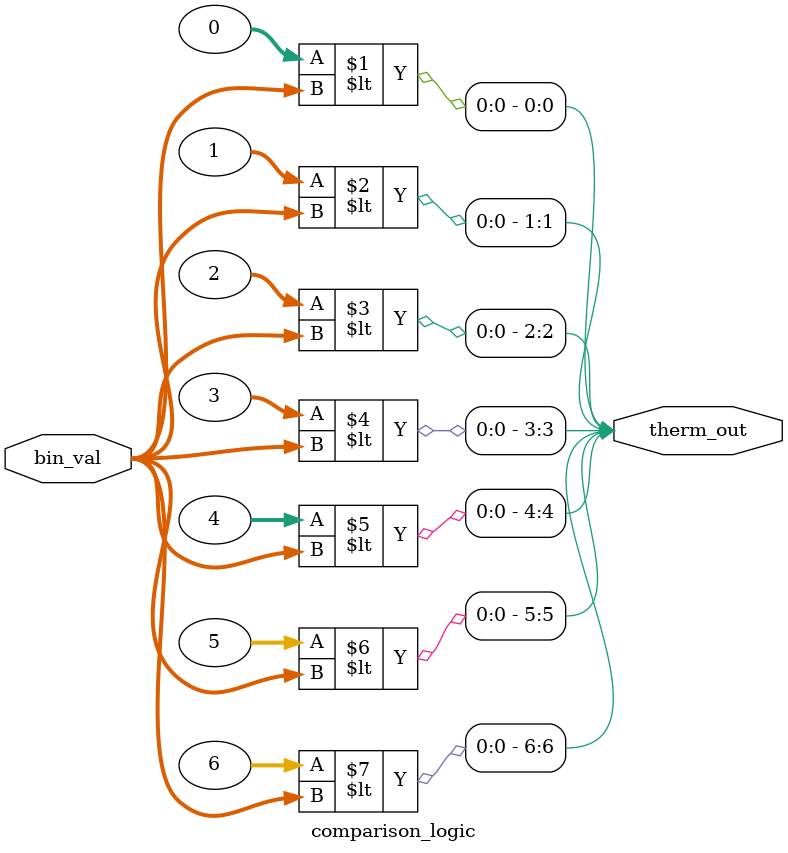
<source format=sv>
module bin2thermometer #(parameter BIN_WIDTH = 3) (
    input  [BIN_WIDTH-1:0] bin_input,
    output [(2**BIN_WIDTH)-2:0] therm_output
);
    // 实例化比较器子模块
    comparator_array #(
        .BIN_WIDTH(BIN_WIDTH)
    ) comp_inst (
        .binary_value(bin_input),
        .thermometer_code(therm_output)
    );
endmodule

// 比较器阵列子模块
module comparator_array #(parameter BIN_WIDTH = 3) (
    input  [BIN_WIDTH-1:0] binary_value,
    output [(2**BIN_WIDTH)-2:0] thermometer_code
);
    // 实例化比较逻辑子模块
    comparison_logic #(
        .THERM_WIDTH(2**BIN_WIDTH-1)
    ) comp_logic_inst (
        .bin_val(binary_value),
        .therm_out(thermometer_code)
    );
endmodule

// 比较逻辑子模块
module comparison_logic #(parameter THERM_WIDTH = 7) (
    input  [$clog2(THERM_WIDTH+1)-1:0] bin_val,
    output [THERM_WIDTH-1:0] therm_out
);
    // 并行比较生成温度计码，无需for循环
    genvar i;
    generate
        for (i = 0; i < THERM_WIDTH; i = i + 1) begin : gen_comp
            assign therm_out[i] = (i < bin_val);
        end
    endgenerate
endmodule
</source>
